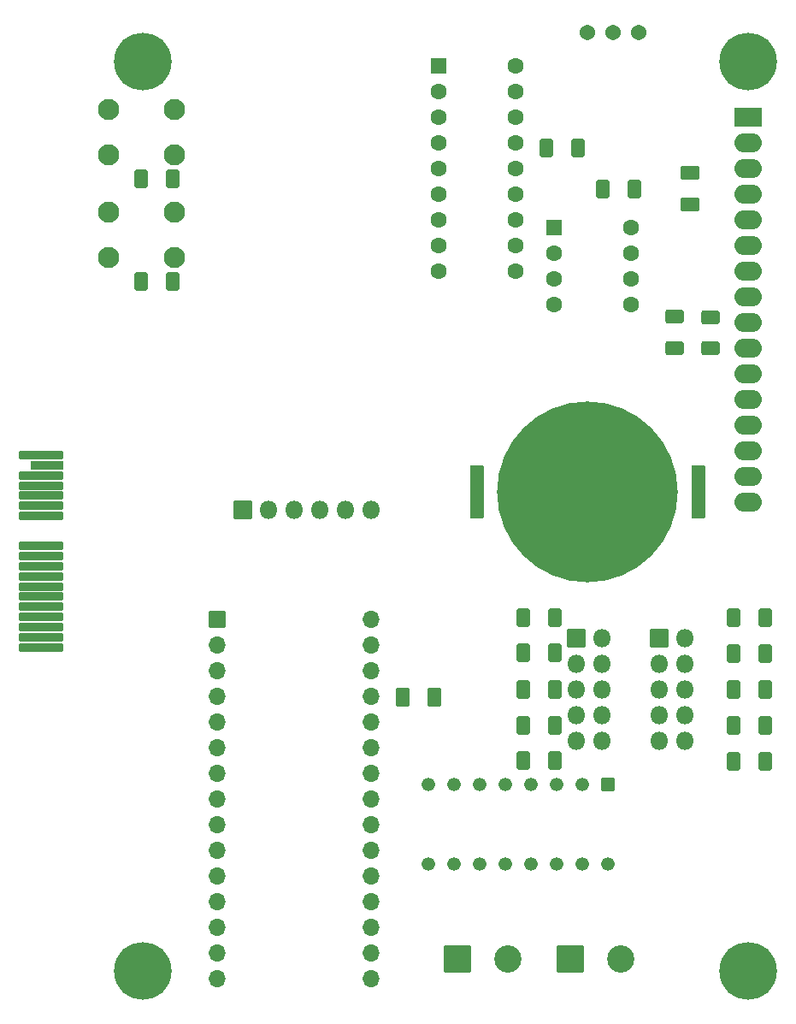
<source format=gbr>
%TF.GenerationSoftware,KiCad,Pcbnew,7.0.7*%
%TF.CreationDate,2024-11-29T17:50:20-06:00*%
%TF.ProjectId,DAQ Rev 2,44415120-5265-4762-9032-2e6b69636164,rev?*%
%TF.SameCoordinates,Original*%
%TF.FileFunction,Soldermask,Bot*%
%TF.FilePolarity,Negative*%
%FSLAX46Y46*%
G04 Gerber Fmt 4.6, Leading zero omitted, Abs format (unit mm)*
G04 Created by KiCad (PCBNEW 7.0.7) date 2024-11-29 17:50:20*
%MOMM*%
%LPD*%
G01*
G04 APERTURE LIST*
G04 Aperture macros list*
%AMRoundRect*
0 Rectangle with rounded corners*
0 $1 Rounding radius*
0 $2 $3 $4 $5 $6 $7 $8 $9 X,Y pos of 4 corners*
0 Add a 4 corners polygon primitive as box body*
4,1,4,$2,$3,$4,$5,$6,$7,$8,$9,$2,$3,0*
0 Add four circle primitives for the rounded corners*
1,1,$1+$1,$2,$3*
1,1,$1+$1,$4,$5*
1,1,$1+$1,$6,$7*
1,1,$1+$1,$8,$9*
0 Add four rect primitives between the rounded corners*
20,1,$1+$1,$2,$3,$4,$5,0*
20,1,$1+$1,$4,$5,$6,$7,0*
20,1,$1+$1,$6,$7,$8,$9,0*
20,1,$1+$1,$8,$9,$2,$3,0*%
G04 Aperture macros list end*
%ADD10C,5.700000*%
%ADD11RoundRect,0.050000X-0.800000X-0.800000X0.800000X-0.800000X0.800000X0.800000X-0.800000X0.800000X0*%
%ADD12O,1.700000X1.700000*%
%ADD13RoundRect,0.050000X-0.850000X-0.850000X0.850000X-0.850000X0.850000X0.850000X-0.850000X0.850000X0*%
%ADD14O,1.800000X1.800000*%
%ADD15RoundRect,0.050000X-0.850000X0.850000X-0.850000X-0.850000X0.850000X-0.850000X0.850000X0.850000X0*%
%ADD16C,2.100000*%
%ADD17RoundRect,0.102000X-0.565000X0.565000X-0.565000X-0.565000X0.565000X-0.565000X0.565000X0.565000X0*%
%ADD18C,1.334000*%
%ADD19RoundRect,0.050000X-0.749300X-0.749300X0.749300X-0.749300X0.749300X0.749300X-0.749300X0.749300X0*%
%ADD20C,1.598600*%
%ADD21C,1.540000*%
%ADD22RoundRect,0.050000X-1.300000X-1.300000X1.300000X-1.300000X1.300000X1.300000X-1.300000X1.300000X0*%
%ADD23C,2.700000*%
%ADD24RoundRect,0.050000X-1.300000X0.900000X-1.300000X-0.900000X1.300000X-0.900000X1.300000X0.900000X0*%
%ADD25O,2.700000X1.900000*%
%ADD26RoundRect,0.300000X-0.412500X-0.650000X0.412500X-0.650000X0.412500X0.650000X-0.412500X0.650000X0*%
%ADD27RoundRect,0.300000X-0.400000X-0.625000X0.400000X-0.625000X0.400000X0.625000X-0.400000X0.625000X0*%
%ADD28RoundRect,0.050000X0.635000X2.540000X-0.635000X2.540000X-0.635000X-2.540000X0.635000X-2.540000X0*%
%ADD29C,17.900000*%
%ADD30RoundRect,0.300000X0.400000X0.625000X-0.400000X0.625000X-0.400000X-0.625000X0.400000X-0.625000X0*%
%ADD31RoundRect,0.300000X0.650000X-0.412500X0.650000X0.412500X-0.650000X0.412500X-0.650000X-0.412500X0*%
%ADD32RoundRect,0.300000X0.625000X-0.400000X0.625000X0.400000X-0.625000X0.400000X-0.625000X-0.400000X0*%
%ADD33RoundRect,0.050000X2.150000X-0.350000X2.150000X0.350000X-2.150000X0.350000X-2.150000X-0.350000X0*%
%ADD34RoundRect,0.050000X1.600000X-0.350000X1.600000X0.350000X-1.600000X0.350000X-1.600000X-0.350000X0*%
G04 APERTURE END LIST*
D10*
%TO.C,H1*%
X127600000Y-44800000D03*
%TD*%
%TO.C,H2*%
X187600000Y-44800000D03*
%TD*%
%TO.C,H3*%
X127600000Y-134800000D03*
%TD*%
%TO.C,H4*%
X187600000Y-134800000D03*
%TD*%
D11*
%TO.C,A1*%
X135000000Y-100000000D03*
D12*
X135000000Y-102540000D03*
X135000000Y-105080000D03*
X135000000Y-107620000D03*
X135000000Y-110160000D03*
X135000000Y-112700000D03*
X135000000Y-115240000D03*
X135000000Y-117780000D03*
X135000000Y-120320000D03*
X135000000Y-122860000D03*
X135000000Y-125400000D03*
X135000000Y-127940000D03*
X135000000Y-130480000D03*
X135000000Y-133020000D03*
X135000000Y-135560000D03*
X150240000Y-135560000D03*
X150240000Y-133020000D03*
X150240000Y-130480000D03*
X150240000Y-127940000D03*
X150240000Y-125400000D03*
X150240000Y-122860000D03*
X150240000Y-120320000D03*
X150240000Y-117780000D03*
X150240000Y-115240000D03*
X150240000Y-112700000D03*
X150240000Y-110160000D03*
X150240000Y-107620000D03*
X150240000Y-105080000D03*
X150240000Y-102540000D03*
X150240000Y-100000000D03*
%TD*%
D13*
%TO.C,J5*%
X170600000Y-101859000D03*
D14*
X173140000Y-101859000D03*
X170600000Y-104399000D03*
X173140000Y-104399000D03*
X170600000Y-106939000D03*
X173140000Y-106939000D03*
X170600000Y-109479000D03*
X173140000Y-109479000D03*
X170600000Y-112019000D03*
X173140000Y-112019000D03*
%TD*%
D15*
%TO.C,Pmod1*%
X137541000Y-89154000D03*
D14*
X140081000Y-89154000D03*
X142621000Y-89154000D03*
X145161000Y-89154000D03*
X147701000Y-89154000D03*
X150241000Y-89154000D03*
%TD*%
D16*
%TO.C,SW2*%
X130758000Y-54066000D03*
X124258000Y-54066000D03*
X130758000Y-49566000D03*
X124258000Y-49566000D03*
%TD*%
D17*
%TO.C,U1*%
X173736000Y-116332000D03*
D18*
X171196000Y-116332000D03*
X168656000Y-116332000D03*
X166116000Y-116332000D03*
X163576000Y-116332000D03*
X161036000Y-116332000D03*
X158496000Y-116332000D03*
X155956000Y-116332000D03*
X155956000Y-124272000D03*
X158496000Y-124272000D03*
X161036000Y-124272000D03*
X163576000Y-124272000D03*
X166116000Y-124272000D03*
X168656000Y-124272000D03*
X171196000Y-124272000D03*
X173736000Y-124272000D03*
%TD*%
D19*
%TO.C,U2*%
X168402000Y-61214000D03*
D20*
X168402000Y-63754000D03*
X168402000Y-66294000D03*
X168402000Y-68834000D03*
X176022000Y-68834000D03*
X176022000Y-66294000D03*
X176022000Y-63754000D03*
X176022000Y-61214000D03*
%TD*%
D21*
%TO.C,RV1*%
X176784000Y-41910000D03*
X174244000Y-41910000D03*
X171704000Y-41910000D03*
%TD*%
D22*
%TO.C,J4*%
X169966000Y-133655000D03*
D23*
X174966000Y-133655000D03*
%TD*%
D19*
%TO.C,U6*%
X156972000Y-45212000D03*
D20*
X156972000Y-47752000D03*
X156972000Y-50292000D03*
X156972000Y-52832000D03*
X156972000Y-55372000D03*
X156972000Y-57912000D03*
X156972000Y-60452000D03*
X156972000Y-62992000D03*
X156972000Y-65532000D03*
X164592000Y-65532000D03*
X164592000Y-62992000D03*
X164592000Y-60452000D03*
X164592000Y-57912000D03*
X164592000Y-55372000D03*
X164592000Y-52832000D03*
X164592000Y-50292000D03*
X164592000Y-47752000D03*
X164592000Y-45212000D03*
%TD*%
D16*
%TO.C,SW1*%
X130758000Y-64226000D03*
X124258000Y-64226000D03*
X130758000Y-59726000D03*
X124258000Y-59726000D03*
%TD*%
D22*
%TO.C,J3*%
X158790000Y-133655000D03*
D23*
X163790000Y-133655000D03*
%TD*%
D24*
%TO.C,U4*%
X187600000Y-50299100D03*
D25*
X187600000Y-52839100D03*
X187600000Y-55379100D03*
X187600000Y-57919100D03*
X187600000Y-60459100D03*
X187600000Y-62999100D03*
X187600000Y-65539100D03*
X187600000Y-68079100D03*
X187600000Y-70619100D03*
X187600000Y-73159100D03*
X187600000Y-75699100D03*
X187600000Y-78239100D03*
X187600000Y-80779100D03*
X187600000Y-83319100D03*
X187600000Y-85859100D03*
X187600000Y-88399100D03*
%TD*%
D13*
%TO.C,J6*%
X178811000Y-101859000D03*
D14*
X181351000Y-101859000D03*
X178811000Y-104399000D03*
X181351000Y-104399000D03*
X178811000Y-106939000D03*
X181351000Y-106939000D03*
X178811000Y-109479000D03*
X181351000Y-109479000D03*
X178811000Y-112019000D03*
X181351000Y-112019000D03*
%TD*%
D26*
%TO.C,C2*%
X153377500Y-107696000D03*
X156502500Y-107696000D03*
%TD*%
D27*
%TO.C,R2*%
X127482000Y-66548000D03*
X130582000Y-66548000D03*
%TD*%
D28*
%TO.C,BT2*%
X182689000Y-87376000D03*
X160719000Y-87376000D03*
D29*
X171704000Y-87376000D03*
%TD*%
D27*
%TO.C,R11*%
X186151000Y-110490000D03*
X189251000Y-110490000D03*
%TD*%
D30*
%TO.C,R6*%
X168428000Y-110490000D03*
X165328000Y-110490000D03*
%TD*%
D31*
%TO.C,C8*%
X181864000Y-58966500D03*
X181864000Y-55841500D03*
%TD*%
D30*
%TO.C,R3*%
X168428000Y-99822000D03*
X165328000Y-99822000D03*
%TD*%
D27*
%TO.C,R12*%
X186151000Y-114046000D03*
X189251000Y-114046000D03*
%TD*%
D30*
%TO.C,R16*%
X170714000Y-53340000D03*
X167614000Y-53340000D03*
%TD*%
%TO.C,R5*%
X168428000Y-106934000D03*
X165328000Y-106934000D03*
%TD*%
D32*
%TO.C,R13*%
X183896000Y-73204000D03*
X183896000Y-70104000D03*
%TD*%
D27*
%TO.C,R10*%
X186151000Y-106934000D03*
X189251000Y-106934000D03*
%TD*%
D30*
%TO.C,R7*%
X168428000Y-114010000D03*
X165328000Y-114010000D03*
%TD*%
D27*
%TO.C,R1*%
X127482000Y-56388000D03*
X130582000Y-56388000D03*
%TD*%
%TO.C,R9*%
X186151000Y-103378000D03*
X189251000Y-103378000D03*
%TD*%
%TO.C,R8*%
X186151000Y-99822000D03*
X189251000Y-99822000D03*
%TD*%
D32*
%TO.C,R14*%
X180340000Y-73178000D03*
X180340000Y-70078000D03*
%TD*%
D33*
%TO.C,J1*%
X117580000Y-102770000D03*
X117580000Y-101770000D03*
X117580000Y-100770000D03*
X117580000Y-99770000D03*
X117580000Y-98770000D03*
X117580000Y-97770000D03*
X117580000Y-96770000D03*
X117580000Y-95770000D03*
X117580000Y-94770000D03*
X117580000Y-93770000D03*
X117580000Y-92770000D03*
X117580000Y-89770000D03*
X117580000Y-88770000D03*
X117580000Y-87770000D03*
X117580000Y-86770000D03*
X117580000Y-85770000D03*
D34*
X118130000Y-84770000D03*
D33*
X117580000Y-83770000D03*
%TD*%
D30*
%TO.C,R15*%
X176302000Y-57404000D03*
X173202000Y-57404000D03*
%TD*%
%TO.C,R4*%
X168428000Y-103330000D03*
X165328000Y-103330000D03*
%TD*%
M02*

</source>
